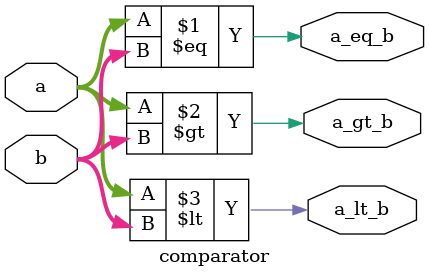
<source format=v>
module comparator #(parameter WIDTH = 4) (
    input [WIDTH-1:0] a,
    input [WIDTH-1:0] b,
    output a_gt_b,
    output a_eq_b,
    output a_lt_b
);
    assign a_eq_b = (a == b);
    assign a_gt_b = (a > b);
    assign a_lt_b = (a < b);
endmodule
</source>
